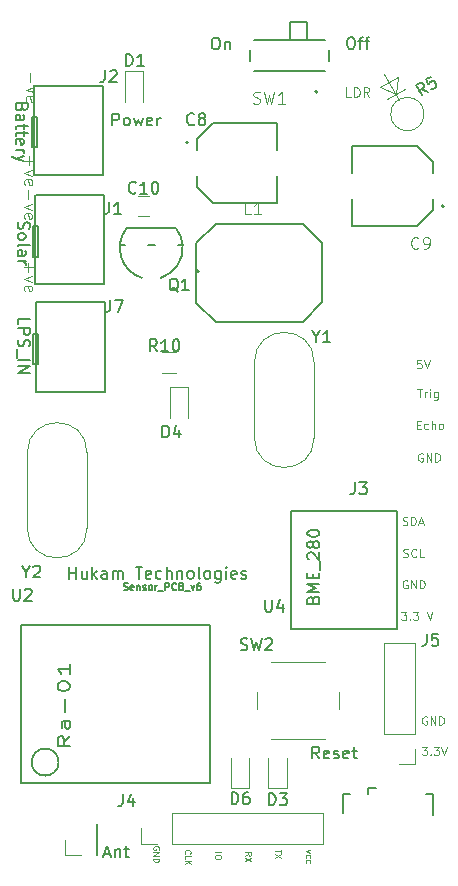
<source format=gto>
G04 #@! TF.GenerationSoftware,KiCad,Pcbnew,5.1.7-a382d34a8~88~ubuntu18.04.1*
G04 #@! TF.CreationDate,2021-07-23T00:29:16+05:30*
G04 #@! TF.ProjectId,Sensor_PCB_v6,53656e73-6f72-45f5-9043-425f76362e6b,rev?*
G04 #@! TF.SameCoordinates,Original*
G04 #@! TF.FileFunction,Legend,Top*
G04 #@! TF.FilePolarity,Positive*
%FSLAX46Y46*%
G04 Gerber Fmt 4.6, Leading zero omitted, Abs format (unit mm)*
G04 Created by KiCad (PCBNEW 5.1.7-a382d34a8~88~ubuntu18.04.1) date 2021-07-23 00:29:16*
%MOMM*%
%LPD*%
G01*
G04 APERTURE LIST*
%ADD10C,0.150000*%
%ADD11C,0.100000*%
%ADD12C,0.080000*%
%ADD13C,0.200000*%
%ADD14C,0.127000*%
%ADD15C,0.120000*%
%ADD16C,0.015000*%
G04 APERTURE END LIST*
D10*
X23923999Y-43991756D02*
X23923999Y-43515565D01*
X24923999Y-43515565D01*
X23923999Y-44325089D02*
X24923999Y-44325089D01*
X24923999Y-44706041D01*
X24876380Y-44801280D01*
X24828760Y-44848899D01*
X24733522Y-44896518D01*
X24590665Y-44896518D01*
X24495427Y-44848899D01*
X24447808Y-44801280D01*
X24400189Y-44706041D01*
X24400189Y-44325089D01*
X23971618Y-45277470D02*
X23923999Y-45420327D01*
X23923999Y-45658422D01*
X23971618Y-45753660D01*
X24019237Y-45801280D01*
X24114475Y-45848899D01*
X24209713Y-45848899D01*
X24304951Y-45801280D01*
X24352570Y-45753660D01*
X24400189Y-45658422D01*
X24447808Y-45467946D01*
X24495427Y-45372708D01*
X24543046Y-45325089D01*
X24638284Y-45277470D01*
X24733522Y-45277470D01*
X24828760Y-45325089D01*
X24876380Y-45372708D01*
X24923999Y-45467946D01*
X24923999Y-45706041D01*
X24876380Y-45848899D01*
X23828760Y-46039375D02*
X23828760Y-46801280D01*
X23923999Y-47039375D02*
X24923999Y-47039375D01*
X23923999Y-47515565D02*
X24923999Y-47515565D01*
X23923999Y-48086994D01*
X24923999Y-48086994D01*
D11*
X58055526Y-47025766D02*
X57722193Y-47025766D01*
X57688860Y-47359100D01*
X57722193Y-47325766D01*
X57788860Y-47292433D01*
X57955526Y-47292433D01*
X58022193Y-47325766D01*
X58055526Y-47359100D01*
X58088860Y-47425766D01*
X58088860Y-47592433D01*
X58055526Y-47659100D01*
X58022193Y-47692433D01*
X57955526Y-47725766D01*
X57788860Y-47725766D01*
X57722193Y-47692433D01*
X57688860Y-47659100D01*
X58288860Y-47025766D02*
X58522193Y-47725766D01*
X58755526Y-47025766D01*
X57730820Y-49481946D02*
X58130820Y-49481946D01*
X57930820Y-50181946D02*
X57930820Y-49481946D01*
X58364153Y-50181946D02*
X58364153Y-49715280D01*
X58364153Y-49848613D02*
X58397486Y-49781946D01*
X58430820Y-49748613D01*
X58497486Y-49715280D01*
X58564153Y-49715280D01*
X58797486Y-50181946D02*
X58797486Y-49715280D01*
X58797486Y-49481946D02*
X58764153Y-49515280D01*
X58797486Y-49548613D01*
X58830820Y-49515280D01*
X58797486Y-49481946D01*
X58797486Y-49548613D01*
X59430820Y-49715280D02*
X59430820Y-50281946D01*
X59397486Y-50348613D01*
X59364153Y-50381946D01*
X59297486Y-50415280D01*
X59197486Y-50415280D01*
X59130820Y-50381946D01*
X59430820Y-50148613D02*
X59364153Y-50181946D01*
X59230820Y-50181946D01*
X59164153Y-50148613D01*
X59130820Y-50115280D01*
X59097486Y-50048613D01*
X59097486Y-49848613D01*
X59130820Y-49781946D01*
X59164153Y-49748613D01*
X59230820Y-49715280D01*
X59364153Y-49715280D01*
X59430820Y-49748613D01*
X57692266Y-52489900D02*
X57925600Y-52489900D01*
X58025600Y-52856566D02*
X57692266Y-52856566D01*
X57692266Y-52156566D01*
X58025600Y-52156566D01*
X58625600Y-52823233D02*
X58558933Y-52856566D01*
X58425600Y-52856566D01*
X58358933Y-52823233D01*
X58325600Y-52789900D01*
X58292266Y-52723233D01*
X58292266Y-52523233D01*
X58325600Y-52456566D01*
X58358933Y-52423233D01*
X58425600Y-52389900D01*
X58558933Y-52389900D01*
X58625600Y-52423233D01*
X58925600Y-52856566D02*
X58925600Y-52156566D01*
X59225600Y-52856566D02*
X59225600Y-52489900D01*
X59192266Y-52423233D01*
X59125600Y-52389900D01*
X59025600Y-52389900D01*
X58958933Y-52423233D01*
X58925600Y-52456566D01*
X59658933Y-52856566D02*
X59592266Y-52823233D01*
X59558933Y-52789900D01*
X59525600Y-52723233D01*
X59525600Y-52523233D01*
X59558933Y-52456566D01*
X59592266Y-52423233D01*
X59658933Y-52389900D01*
X59758933Y-52389900D01*
X59825600Y-52423233D01*
X59858933Y-52456566D01*
X59892266Y-52523233D01*
X59892266Y-52723233D01*
X59858933Y-52789900D01*
X59825600Y-52823233D01*
X59758933Y-52856566D01*
X59658933Y-52856566D01*
X58125806Y-79768906D02*
X58559140Y-79768906D01*
X58325806Y-80035573D01*
X58425806Y-80035573D01*
X58492473Y-80068906D01*
X58525806Y-80102240D01*
X58559140Y-80168906D01*
X58559140Y-80335573D01*
X58525806Y-80402240D01*
X58492473Y-80435573D01*
X58425806Y-80468906D01*
X58225806Y-80468906D01*
X58159140Y-80435573D01*
X58125806Y-80402240D01*
X58859140Y-80402240D02*
X58892473Y-80435573D01*
X58859140Y-80468906D01*
X58825806Y-80435573D01*
X58859140Y-80402240D01*
X58859140Y-80468906D01*
X59125806Y-79768906D02*
X59559140Y-79768906D01*
X59325806Y-80035573D01*
X59425806Y-80035573D01*
X59492473Y-80068906D01*
X59525806Y-80102240D01*
X59559140Y-80168906D01*
X59559140Y-80335573D01*
X59525806Y-80402240D01*
X59492473Y-80435573D01*
X59425806Y-80468906D01*
X59225806Y-80468906D01*
X59159140Y-80435573D01*
X59125806Y-80402240D01*
X59759140Y-79768906D02*
X59992473Y-80468906D01*
X60225806Y-79768906D01*
X58516586Y-77213980D02*
X58449920Y-77180646D01*
X58349920Y-77180646D01*
X58249920Y-77213980D01*
X58183253Y-77280646D01*
X58149920Y-77347313D01*
X58116586Y-77480646D01*
X58116586Y-77580646D01*
X58149920Y-77713980D01*
X58183253Y-77780646D01*
X58249920Y-77847313D01*
X58349920Y-77880646D01*
X58416586Y-77880646D01*
X58516586Y-77847313D01*
X58549920Y-77813980D01*
X58549920Y-77580646D01*
X58416586Y-77580646D01*
X58849920Y-77880646D02*
X58849920Y-77180646D01*
X59249920Y-77880646D01*
X59249920Y-77180646D01*
X59583253Y-77880646D02*
X59583253Y-77180646D01*
X59749920Y-77180646D01*
X59849920Y-77213980D01*
X59916586Y-77280646D01*
X59949920Y-77347313D01*
X59983253Y-77480646D01*
X59983253Y-77580646D01*
X59949920Y-77713980D01*
X59916586Y-77780646D01*
X59849920Y-77847313D01*
X59749920Y-77880646D01*
X59583253Y-77880646D01*
D12*
X43169709Y-88969066D02*
X43407804Y-88802400D01*
X43169709Y-88683352D02*
X43669709Y-88683352D01*
X43669709Y-88873828D01*
X43645900Y-88921447D01*
X43622090Y-88945257D01*
X43574471Y-88969066D01*
X43503042Y-88969066D01*
X43455423Y-88945257D01*
X43431614Y-88921447D01*
X43407804Y-88873828D01*
X43407804Y-88683352D01*
X43669709Y-89135733D02*
X43169709Y-89469066D01*
X43669709Y-89469066D02*
X43169709Y-89135733D01*
X46186849Y-88460627D02*
X46186849Y-88746341D01*
X45686849Y-88603484D02*
X46186849Y-88603484D01*
X46186849Y-88865389D02*
X45686849Y-89198722D01*
X46186849Y-89198722D02*
X45686849Y-88865389D01*
D11*
X52101819Y-24733204D02*
X51720866Y-24733204D01*
X51720866Y-23933204D01*
X52368485Y-24733204D02*
X52368485Y-23933204D01*
X52558961Y-23933204D01*
X52673247Y-23971300D01*
X52749438Y-24047490D01*
X52787533Y-24123680D01*
X52825628Y-24276061D01*
X52825628Y-24390347D01*
X52787533Y-24542728D01*
X52749438Y-24618919D01*
X52673247Y-24695109D01*
X52558961Y-24733204D01*
X52368485Y-24733204D01*
X53625628Y-24733204D02*
X53358961Y-24352252D01*
X53168485Y-24733204D02*
X53168485Y-23933204D01*
X53473247Y-23933204D01*
X53549438Y-23971300D01*
X53587533Y-24009395D01*
X53625628Y-24085585D01*
X53625628Y-24199871D01*
X53587533Y-24276061D01*
X53549438Y-24314157D01*
X53473247Y-24352252D01*
X53168485Y-24352252D01*
X24795171Y-38763723D02*
X24795171Y-39525628D01*
X24414219Y-39144676D02*
X25176123Y-39144676D01*
X25080885Y-39906580D02*
X24414219Y-40144676D01*
X25080885Y-40382771D01*
X24461838Y-41144676D02*
X24414219Y-41049438D01*
X24414219Y-40858961D01*
X24461838Y-40763723D01*
X24557076Y-40716104D01*
X24938028Y-40716104D01*
X25033266Y-40763723D01*
X25080885Y-40858961D01*
X25080885Y-41049438D01*
X25033266Y-41144676D01*
X24938028Y-41192295D01*
X24842790Y-41192295D01*
X24747552Y-40716104D01*
X24795171Y-32649943D02*
X24795171Y-33411848D01*
X25080885Y-33792800D02*
X24414219Y-34030896D01*
X25080885Y-34268991D01*
X24461838Y-35030896D02*
X24414219Y-34935658D01*
X24414219Y-34745181D01*
X24461838Y-34649943D01*
X24557076Y-34602324D01*
X24938028Y-34602324D01*
X25033266Y-34649943D01*
X25080885Y-34745181D01*
X25080885Y-34935658D01*
X25033266Y-35030896D01*
X24938028Y-35078515D01*
X24842790Y-35078515D01*
X24747552Y-34602324D01*
D10*
X23933518Y-35334795D02*
X23885899Y-35477652D01*
X23885899Y-35715747D01*
X23933518Y-35810985D01*
X23981137Y-35858604D01*
X24076375Y-35906223D01*
X24171613Y-35906223D01*
X24266851Y-35858604D01*
X24314470Y-35810985D01*
X24362089Y-35715747D01*
X24409708Y-35525271D01*
X24457327Y-35430033D01*
X24504946Y-35382414D01*
X24600184Y-35334795D01*
X24695422Y-35334795D01*
X24790660Y-35382414D01*
X24838280Y-35430033D01*
X24885899Y-35525271D01*
X24885899Y-35763366D01*
X24838280Y-35906223D01*
X23885899Y-36477652D02*
X23933518Y-36382414D01*
X23981137Y-36334795D01*
X24076375Y-36287176D01*
X24362089Y-36287176D01*
X24457327Y-36334795D01*
X24504946Y-36382414D01*
X24552565Y-36477652D01*
X24552565Y-36620509D01*
X24504946Y-36715747D01*
X24457327Y-36763366D01*
X24362089Y-36810985D01*
X24076375Y-36810985D01*
X23981137Y-36763366D01*
X23933518Y-36715747D01*
X23885899Y-36620509D01*
X23885899Y-36477652D01*
X23885899Y-37382414D02*
X23933518Y-37287176D01*
X24028756Y-37239557D01*
X24885899Y-37239557D01*
X23885899Y-38191938D02*
X24409708Y-38191938D01*
X24504946Y-38144319D01*
X24552565Y-38049080D01*
X24552565Y-37858604D01*
X24504946Y-37763366D01*
X23933518Y-38191938D02*
X23885899Y-38096700D01*
X23885899Y-37858604D01*
X23933518Y-37763366D01*
X24028756Y-37715747D01*
X24123994Y-37715747D01*
X24219232Y-37763366D01*
X24266851Y-37858604D01*
X24266851Y-38096700D01*
X24314470Y-38191938D01*
X23885899Y-38668128D02*
X24552565Y-38668128D01*
X24362089Y-38668128D02*
X24457327Y-38715747D01*
X24504946Y-38763366D01*
X24552565Y-38858604D01*
X24552565Y-38953842D01*
D11*
X24815491Y-29774663D02*
X24815491Y-30536568D01*
X24434539Y-30155616D02*
X25196443Y-30155616D01*
X25101205Y-30917520D02*
X24434539Y-31155616D01*
X25101205Y-31393711D01*
X24482158Y-32155616D02*
X24434539Y-32060378D01*
X24434539Y-31869901D01*
X24482158Y-31774663D01*
X24577396Y-31727044D01*
X24958348Y-31727044D01*
X25053586Y-31774663D01*
X25101205Y-31869901D01*
X25101205Y-32060378D01*
X25053586Y-32155616D01*
X24958348Y-32203235D01*
X24863110Y-32203235D01*
X24767872Y-31727044D01*
D10*
X31233549Y-88832986D02*
X31709740Y-88832986D01*
X31138311Y-89118700D02*
X31471644Y-88118700D01*
X31804978Y-89118700D01*
X32138311Y-88452034D02*
X32138311Y-89118700D01*
X32138311Y-88547272D02*
X32185930Y-88499653D01*
X32281168Y-88452034D01*
X32424025Y-88452034D01*
X32519263Y-88499653D01*
X32566882Y-88594891D01*
X32566882Y-89118700D01*
X32900216Y-88452034D02*
X33281168Y-88452034D01*
X33043073Y-88118700D02*
X33043073Y-88975843D01*
X33090692Y-89071081D01*
X33185930Y-89118700D01*
X33281168Y-89118700D01*
D12*
X35835400Y-88460627D02*
X35859209Y-88413008D01*
X35859209Y-88341580D01*
X35835400Y-88270151D01*
X35787780Y-88222532D01*
X35740161Y-88198722D01*
X35644923Y-88174913D01*
X35573495Y-88174913D01*
X35478257Y-88198722D01*
X35430638Y-88222532D01*
X35383019Y-88270151D01*
X35359209Y-88341580D01*
X35359209Y-88389199D01*
X35383019Y-88460627D01*
X35406828Y-88484437D01*
X35573495Y-88484437D01*
X35573495Y-88389199D01*
X35359209Y-88698722D02*
X35859209Y-88698722D01*
X35359209Y-88984437D01*
X35859209Y-88984437D01*
X35359209Y-89222532D02*
X35859209Y-89222532D01*
X35859209Y-89341580D01*
X35835400Y-89413008D01*
X35787780Y-89460627D01*
X35740161Y-89484437D01*
X35644923Y-89508246D01*
X35573495Y-89508246D01*
X35478257Y-89484437D01*
X35430638Y-89460627D01*
X35383019Y-89413008D01*
X35359209Y-89341580D01*
X35359209Y-89222532D01*
X38063668Y-88813200D02*
X38039859Y-88789391D01*
X38016049Y-88717962D01*
X38016049Y-88670343D01*
X38039859Y-88598915D01*
X38087478Y-88551296D01*
X38135097Y-88527486D01*
X38230335Y-88503677D01*
X38301763Y-88503677D01*
X38397001Y-88527486D01*
X38444620Y-88551296D01*
X38492240Y-88598915D01*
X38516049Y-88670343D01*
X38516049Y-88717962D01*
X38492240Y-88789391D01*
X38468430Y-88813200D01*
X38016049Y-89265581D02*
X38016049Y-89027486D01*
X38516049Y-89027486D01*
X38016049Y-89432248D02*
X38516049Y-89432248D01*
X38016049Y-89717962D02*
X38301763Y-89503677D01*
X38516049Y-89717962D02*
X38230335Y-89432248D01*
X40594149Y-88701595D02*
X41094149Y-88701595D01*
X41094149Y-89034928D02*
X41094149Y-89130166D01*
X41070340Y-89177785D01*
X41022720Y-89225404D01*
X40927482Y-89249214D01*
X40760816Y-89249214D01*
X40665578Y-89225404D01*
X40617959Y-89177785D01*
X40594149Y-89130166D01*
X40594149Y-89034928D01*
X40617959Y-88987309D01*
X40665578Y-88939690D01*
X40760816Y-88915880D01*
X40927482Y-88915880D01*
X41022720Y-88939690D01*
X41070340Y-88987309D01*
X41094149Y-89034928D01*
X48618602Y-88502240D02*
X48285269Y-88621288D01*
X48618602Y-88740336D01*
X48309079Y-89145098D02*
X48285269Y-89097479D01*
X48285269Y-89002240D01*
X48309079Y-88954621D01*
X48332888Y-88930812D01*
X48380507Y-88907002D01*
X48523364Y-88907002D01*
X48570983Y-88930812D01*
X48594793Y-88954621D01*
X48618602Y-89002240D01*
X48618602Y-89097479D01*
X48594793Y-89145098D01*
X48309079Y-89573669D02*
X48285269Y-89526050D01*
X48285269Y-89430812D01*
X48309079Y-89383193D01*
X48332888Y-89359383D01*
X48380507Y-89335574D01*
X48523364Y-89335574D01*
X48570983Y-89359383D01*
X48594793Y-89383193D01*
X48618602Y-89430812D01*
X48618602Y-89526050D01*
X48594793Y-89573669D01*
D13*
X40564820Y-19713960D02*
X40755297Y-19713960D01*
X40850535Y-19761580D01*
X40945773Y-19856818D01*
X40993392Y-20047294D01*
X40993392Y-20380627D01*
X40945773Y-20571103D01*
X40850535Y-20666341D01*
X40755297Y-20713960D01*
X40564820Y-20713960D01*
X40469582Y-20666341D01*
X40374344Y-20571103D01*
X40326725Y-20380627D01*
X40326725Y-20047294D01*
X40374344Y-19856818D01*
X40469582Y-19761580D01*
X40564820Y-19713960D01*
X41421963Y-20047294D02*
X41421963Y-20713960D01*
X41421963Y-20142532D02*
X41469582Y-20094913D01*
X41564820Y-20047294D01*
X41707678Y-20047294D01*
X41802916Y-20094913D01*
X41850535Y-20190151D01*
X41850535Y-20713960D01*
X52002773Y-19688560D02*
X52193249Y-19688560D01*
X52288487Y-19736180D01*
X52383725Y-19831418D01*
X52431344Y-20021894D01*
X52431344Y-20355227D01*
X52383725Y-20545703D01*
X52288487Y-20640941D01*
X52193249Y-20688560D01*
X52002773Y-20688560D01*
X51907535Y-20640941D01*
X51812297Y-20545703D01*
X51764678Y-20355227D01*
X51764678Y-20021894D01*
X51812297Y-19831418D01*
X51907535Y-19736180D01*
X52002773Y-19688560D01*
X52717059Y-20021894D02*
X53098011Y-20021894D01*
X52859916Y-20688560D02*
X52859916Y-19831418D01*
X52907535Y-19736180D01*
X53002773Y-19688560D01*
X53098011Y-19688560D01*
X53288487Y-20021894D02*
X53669440Y-20021894D01*
X53431344Y-20688560D02*
X53431344Y-19831418D01*
X53478963Y-19736180D01*
X53574201Y-19688560D01*
X53669440Y-19688560D01*
D11*
X24942491Y-22728703D02*
X24942491Y-23490608D01*
X25228205Y-23871560D02*
X24561539Y-24109656D01*
X25228205Y-24347751D01*
X24609158Y-25109656D02*
X24561539Y-25014418D01*
X24561539Y-24823941D01*
X24609158Y-24728703D01*
X24704396Y-24681084D01*
X25085348Y-24681084D01*
X25180586Y-24728703D01*
X25228205Y-24823941D01*
X25228205Y-25014418D01*
X25180586Y-25109656D01*
X25085348Y-25157275D01*
X24990110Y-25157275D01*
X24894872Y-24681084D01*
X56365620Y-68321126D02*
X56798953Y-68321126D01*
X56565620Y-68587793D01*
X56665620Y-68587793D01*
X56732286Y-68621126D01*
X56765620Y-68654460D01*
X56798953Y-68721126D01*
X56798953Y-68887793D01*
X56765620Y-68954460D01*
X56732286Y-68987793D01*
X56665620Y-69021126D01*
X56465620Y-69021126D01*
X56398953Y-68987793D01*
X56365620Y-68954460D01*
X57098953Y-68954460D02*
X57132286Y-68987793D01*
X57098953Y-69021126D01*
X57065620Y-68987793D01*
X57098953Y-68954460D01*
X57098953Y-69021126D01*
X57365620Y-68321126D02*
X57798953Y-68321126D01*
X57565620Y-68587793D01*
X57665620Y-68587793D01*
X57732286Y-68621126D01*
X57765620Y-68654460D01*
X57798953Y-68721126D01*
X57798953Y-68887793D01*
X57765620Y-68954460D01*
X57732286Y-68987793D01*
X57665620Y-69021126D01*
X57465620Y-69021126D01*
X57398953Y-68987793D01*
X57365620Y-68954460D01*
X58532286Y-68321126D02*
X58765620Y-69021126D01*
X58998953Y-68321126D01*
X56875746Y-65679840D02*
X56809080Y-65646506D01*
X56709080Y-65646506D01*
X56609080Y-65679840D01*
X56542413Y-65746506D01*
X56509080Y-65813173D01*
X56475746Y-65946506D01*
X56475746Y-66046506D01*
X56509080Y-66179840D01*
X56542413Y-66246506D01*
X56609080Y-66313173D01*
X56709080Y-66346506D01*
X56775746Y-66346506D01*
X56875746Y-66313173D01*
X56909080Y-66279840D01*
X56909080Y-66046506D01*
X56775746Y-66046506D01*
X57209080Y-66346506D02*
X57209080Y-65646506D01*
X57609080Y-66346506D01*
X57609080Y-65646506D01*
X57942413Y-66346506D02*
X57942413Y-65646506D01*
X58109080Y-65646506D01*
X58209080Y-65679840D01*
X58275746Y-65746506D01*
X58309080Y-65813173D01*
X58342413Y-65946506D01*
X58342413Y-66046506D01*
X58309080Y-66179840D01*
X58275746Y-66246506D01*
X58209080Y-66313173D01*
X58109080Y-66346506D01*
X57942413Y-66346506D01*
X56537646Y-63671573D02*
X56637646Y-63704906D01*
X56804313Y-63704906D01*
X56870980Y-63671573D01*
X56904313Y-63638240D01*
X56937646Y-63571573D01*
X56937646Y-63504906D01*
X56904313Y-63438240D01*
X56870980Y-63404906D01*
X56804313Y-63371573D01*
X56670980Y-63338240D01*
X56604313Y-63304906D01*
X56570980Y-63271573D01*
X56537646Y-63204906D01*
X56537646Y-63138240D01*
X56570980Y-63071573D01*
X56604313Y-63038240D01*
X56670980Y-63004906D01*
X56837646Y-63004906D01*
X56937646Y-63038240D01*
X57637646Y-63638240D02*
X57604313Y-63671573D01*
X57504313Y-63704906D01*
X57437646Y-63704906D01*
X57337646Y-63671573D01*
X57270980Y-63604906D01*
X57237646Y-63538240D01*
X57204313Y-63404906D01*
X57204313Y-63304906D01*
X57237646Y-63171573D01*
X57270980Y-63104906D01*
X57337646Y-63038240D01*
X57437646Y-63004906D01*
X57504313Y-63004906D01*
X57604313Y-63038240D01*
X57637646Y-63071573D01*
X58270980Y-63704906D02*
X57937646Y-63704906D01*
X57937646Y-63004906D01*
X56485420Y-60958853D02*
X56585420Y-60992186D01*
X56752086Y-60992186D01*
X56818753Y-60958853D01*
X56852086Y-60925520D01*
X56885420Y-60858853D01*
X56885420Y-60792186D01*
X56852086Y-60725520D01*
X56818753Y-60692186D01*
X56752086Y-60658853D01*
X56618753Y-60625520D01*
X56552086Y-60592186D01*
X56518753Y-60558853D01*
X56485420Y-60492186D01*
X56485420Y-60425520D01*
X56518753Y-60358853D01*
X56552086Y-60325520D01*
X56618753Y-60292186D01*
X56785420Y-60292186D01*
X56885420Y-60325520D01*
X57185420Y-60992186D02*
X57185420Y-60292186D01*
X57352086Y-60292186D01*
X57452086Y-60325520D01*
X57518753Y-60392186D01*
X57552086Y-60458853D01*
X57585420Y-60592186D01*
X57585420Y-60692186D01*
X57552086Y-60825520D01*
X57518753Y-60892186D01*
X57452086Y-60958853D01*
X57352086Y-60992186D01*
X57185420Y-60992186D01*
X57852086Y-60792186D02*
X58185420Y-60792186D01*
X57785420Y-60992186D02*
X58018753Y-60292186D01*
X58252086Y-60992186D01*
X58171146Y-54940720D02*
X58104480Y-54907386D01*
X58004480Y-54907386D01*
X57904480Y-54940720D01*
X57837813Y-55007386D01*
X57804480Y-55074053D01*
X57771146Y-55207386D01*
X57771146Y-55307386D01*
X57804480Y-55440720D01*
X57837813Y-55507386D01*
X57904480Y-55574053D01*
X58004480Y-55607386D01*
X58071146Y-55607386D01*
X58171146Y-55574053D01*
X58204480Y-55540720D01*
X58204480Y-55307386D01*
X58071146Y-55307386D01*
X58504480Y-55607386D02*
X58504480Y-54907386D01*
X58904480Y-55607386D01*
X58904480Y-54907386D01*
X59237813Y-55607386D02*
X59237813Y-54907386D01*
X59404480Y-54907386D01*
X59504480Y-54940720D01*
X59571146Y-55007386D01*
X59604480Y-55074053D01*
X59637813Y-55207386D01*
X59637813Y-55307386D01*
X59604480Y-55440720D01*
X59571146Y-55507386D01*
X59504480Y-55574053D01*
X59404480Y-55607386D01*
X59237813Y-55607386D01*
D10*
X24242068Y-25622191D02*
X24194449Y-25765048D01*
X24146830Y-25812667D01*
X24051592Y-25860286D01*
X23908735Y-25860286D01*
X23813497Y-25812667D01*
X23765878Y-25765048D01*
X23718259Y-25669810D01*
X23718259Y-25288858D01*
X24718259Y-25288858D01*
X24718259Y-25622191D01*
X24670640Y-25717429D01*
X24623020Y-25765048D01*
X24527782Y-25812667D01*
X24432544Y-25812667D01*
X24337306Y-25765048D01*
X24289687Y-25717429D01*
X24242068Y-25622191D01*
X24242068Y-25288858D01*
X23718259Y-26717429D02*
X24242068Y-26717429D01*
X24337306Y-26669810D01*
X24384925Y-26574572D01*
X24384925Y-26384096D01*
X24337306Y-26288858D01*
X23765878Y-26717429D02*
X23718259Y-26622191D01*
X23718259Y-26384096D01*
X23765878Y-26288858D01*
X23861116Y-26241239D01*
X23956354Y-26241239D01*
X24051592Y-26288858D01*
X24099211Y-26384096D01*
X24099211Y-26622191D01*
X24146830Y-26717429D01*
X24384925Y-27050762D02*
X24384925Y-27431715D01*
X24718259Y-27193620D02*
X23861116Y-27193620D01*
X23765878Y-27241239D01*
X23718259Y-27336477D01*
X23718259Y-27431715D01*
X24384925Y-27622191D02*
X24384925Y-28003143D01*
X24718259Y-27765048D02*
X23861116Y-27765048D01*
X23765878Y-27812667D01*
X23718259Y-27907905D01*
X23718259Y-28003143D01*
X23765878Y-28717429D02*
X23718259Y-28622191D01*
X23718259Y-28431715D01*
X23765878Y-28336477D01*
X23861116Y-28288858D01*
X24242068Y-28288858D01*
X24337306Y-28336477D01*
X24384925Y-28431715D01*
X24384925Y-28622191D01*
X24337306Y-28717429D01*
X24242068Y-28765048D01*
X24146830Y-28765048D01*
X24051592Y-28288858D01*
X23718259Y-29193620D02*
X24384925Y-29193620D01*
X24194449Y-29193620D02*
X24289687Y-29241239D01*
X24337306Y-29288858D01*
X24384925Y-29384096D01*
X24384925Y-29479334D01*
X24384925Y-29717429D02*
X23718259Y-29955524D01*
X24384925Y-30193620D02*
X23718259Y-29955524D01*
X23480163Y-29860286D01*
X23432544Y-29812667D01*
X23384925Y-29717429D01*
X49409504Y-80739240D02*
X49076171Y-80263050D01*
X48838076Y-80739240D02*
X48838076Y-79739240D01*
X49219028Y-79739240D01*
X49314266Y-79786860D01*
X49361885Y-79834479D01*
X49409504Y-79929717D01*
X49409504Y-80072574D01*
X49361885Y-80167812D01*
X49314266Y-80215431D01*
X49219028Y-80263050D01*
X48838076Y-80263050D01*
X50219028Y-80691621D02*
X50123790Y-80739240D01*
X49933314Y-80739240D01*
X49838076Y-80691621D01*
X49790457Y-80596383D01*
X49790457Y-80215431D01*
X49838076Y-80120193D01*
X49933314Y-80072574D01*
X50123790Y-80072574D01*
X50219028Y-80120193D01*
X50266647Y-80215431D01*
X50266647Y-80310669D01*
X49790457Y-80405907D01*
X50647600Y-80691621D02*
X50742838Y-80739240D01*
X50933314Y-80739240D01*
X51028552Y-80691621D01*
X51076171Y-80596383D01*
X51076171Y-80548764D01*
X51028552Y-80453526D01*
X50933314Y-80405907D01*
X50790457Y-80405907D01*
X50695219Y-80358288D01*
X50647600Y-80263050D01*
X50647600Y-80215431D01*
X50695219Y-80120193D01*
X50790457Y-80072574D01*
X50933314Y-80072574D01*
X51028552Y-80120193D01*
X51885695Y-80691621D02*
X51790457Y-80739240D01*
X51599980Y-80739240D01*
X51504742Y-80691621D01*
X51457123Y-80596383D01*
X51457123Y-80215431D01*
X51504742Y-80120193D01*
X51599980Y-80072574D01*
X51790457Y-80072574D01*
X51885695Y-80120193D01*
X51933314Y-80215431D01*
X51933314Y-80310669D01*
X51457123Y-80405907D01*
X52219028Y-80072574D02*
X52599980Y-80072574D01*
X52361885Y-79739240D02*
X52361885Y-80596383D01*
X52409504Y-80691621D01*
X52504742Y-80739240D01*
X52599980Y-80739240D01*
X31902329Y-27152860D02*
X31902329Y-26152860D01*
X32283281Y-26152860D01*
X32378519Y-26200480D01*
X32426139Y-26248099D01*
X32473758Y-26343337D01*
X32473758Y-26486194D01*
X32426139Y-26581432D01*
X32378519Y-26629051D01*
X32283281Y-26676670D01*
X31902329Y-26676670D01*
X33045186Y-27152860D02*
X32949948Y-27105241D01*
X32902329Y-27057622D01*
X32854710Y-26962384D01*
X32854710Y-26676670D01*
X32902329Y-26581432D01*
X32949948Y-26533813D01*
X33045186Y-26486194D01*
X33188043Y-26486194D01*
X33283281Y-26533813D01*
X33330900Y-26581432D01*
X33378519Y-26676670D01*
X33378519Y-26962384D01*
X33330900Y-27057622D01*
X33283281Y-27105241D01*
X33188043Y-27152860D01*
X33045186Y-27152860D01*
X33711853Y-26486194D02*
X33902329Y-27152860D01*
X34092805Y-26676670D01*
X34283281Y-27152860D01*
X34473758Y-26486194D01*
X35235662Y-27105241D02*
X35140424Y-27152860D01*
X34949948Y-27152860D01*
X34854710Y-27105241D01*
X34807091Y-27010003D01*
X34807091Y-26629051D01*
X34854710Y-26533813D01*
X34949948Y-26486194D01*
X35140424Y-26486194D01*
X35235662Y-26533813D01*
X35283281Y-26629051D01*
X35283281Y-26724289D01*
X34807091Y-26819527D01*
X35711853Y-27152860D02*
X35711853Y-26486194D01*
X35711853Y-26676670D02*
X35759472Y-26581432D01*
X35807091Y-26533813D01*
X35902329Y-26486194D01*
X35997567Y-26486194D01*
X32847371Y-66468277D02*
X32933085Y-66496848D01*
X33075942Y-66496848D01*
X33133085Y-66468277D01*
X33161657Y-66439705D01*
X33190228Y-66382562D01*
X33190228Y-66325420D01*
X33161657Y-66268277D01*
X33133085Y-66239705D01*
X33075942Y-66211134D01*
X32961657Y-66182562D01*
X32904514Y-66153991D01*
X32875942Y-66125420D01*
X32847371Y-66068277D01*
X32847371Y-66011134D01*
X32875942Y-65953991D01*
X32904514Y-65925420D01*
X32961657Y-65896848D01*
X33104514Y-65896848D01*
X33190228Y-65925420D01*
X33675942Y-66468277D02*
X33618800Y-66496848D01*
X33504514Y-66496848D01*
X33447371Y-66468277D01*
X33418800Y-66411134D01*
X33418800Y-66182562D01*
X33447371Y-66125420D01*
X33504514Y-66096848D01*
X33618800Y-66096848D01*
X33675942Y-66125420D01*
X33704514Y-66182562D01*
X33704514Y-66239705D01*
X33418800Y-66296848D01*
X33961657Y-66096848D02*
X33961657Y-66496848D01*
X33961657Y-66153991D02*
X33990228Y-66125420D01*
X34047371Y-66096848D01*
X34133085Y-66096848D01*
X34190228Y-66125420D01*
X34218800Y-66182562D01*
X34218800Y-66496848D01*
X34475942Y-66468277D02*
X34533085Y-66496848D01*
X34647371Y-66496848D01*
X34704514Y-66468277D01*
X34733085Y-66411134D01*
X34733085Y-66382562D01*
X34704514Y-66325420D01*
X34647371Y-66296848D01*
X34561657Y-66296848D01*
X34504514Y-66268277D01*
X34475942Y-66211134D01*
X34475942Y-66182562D01*
X34504514Y-66125420D01*
X34561657Y-66096848D01*
X34647371Y-66096848D01*
X34704514Y-66125420D01*
X35075942Y-66496848D02*
X35018800Y-66468277D01*
X34990228Y-66439705D01*
X34961657Y-66382562D01*
X34961657Y-66211134D01*
X34990228Y-66153991D01*
X35018800Y-66125420D01*
X35075942Y-66096848D01*
X35161657Y-66096848D01*
X35218800Y-66125420D01*
X35247371Y-66153991D01*
X35275942Y-66211134D01*
X35275942Y-66382562D01*
X35247371Y-66439705D01*
X35218800Y-66468277D01*
X35161657Y-66496848D01*
X35075942Y-66496848D01*
X35533085Y-66496848D02*
X35533085Y-66096848D01*
X35533085Y-66211134D02*
X35561657Y-66153991D01*
X35590228Y-66125420D01*
X35647371Y-66096848D01*
X35704514Y-66096848D01*
X35761657Y-66553991D02*
X36218800Y-66553991D01*
X36361657Y-66496848D02*
X36361657Y-65896848D01*
X36590228Y-65896848D01*
X36647371Y-65925420D01*
X36675942Y-65953991D01*
X36704514Y-66011134D01*
X36704514Y-66096848D01*
X36675942Y-66153991D01*
X36647371Y-66182562D01*
X36590228Y-66211134D01*
X36361657Y-66211134D01*
X37304514Y-66439705D02*
X37275942Y-66468277D01*
X37190228Y-66496848D01*
X37133085Y-66496848D01*
X37047371Y-66468277D01*
X36990228Y-66411134D01*
X36961657Y-66353991D01*
X36933085Y-66239705D01*
X36933085Y-66153991D01*
X36961657Y-66039705D01*
X36990228Y-65982562D01*
X37047371Y-65925420D01*
X37133085Y-65896848D01*
X37190228Y-65896848D01*
X37275942Y-65925420D01*
X37304514Y-65953991D01*
X37761657Y-66182562D02*
X37847371Y-66211134D01*
X37875942Y-66239705D01*
X37904514Y-66296848D01*
X37904514Y-66382562D01*
X37875942Y-66439705D01*
X37847371Y-66468277D01*
X37790228Y-66496848D01*
X37561657Y-66496848D01*
X37561657Y-65896848D01*
X37761657Y-65896848D01*
X37818800Y-65925420D01*
X37847371Y-65953991D01*
X37875942Y-66011134D01*
X37875942Y-66068277D01*
X37847371Y-66125420D01*
X37818800Y-66153991D01*
X37761657Y-66182562D01*
X37561657Y-66182562D01*
X38018800Y-66553991D02*
X38475942Y-66553991D01*
X38561657Y-66096848D02*
X38704514Y-66496848D01*
X38847371Y-66096848D01*
X39333085Y-65896848D02*
X39218800Y-65896848D01*
X39161657Y-65925420D01*
X39133085Y-65953991D01*
X39075942Y-66039705D01*
X39047371Y-66153991D01*
X39047371Y-66382562D01*
X39075942Y-66439705D01*
X39104514Y-66468277D01*
X39161657Y-66496848D01*
X39275942Y-66496848D01*
X39333085Y-66468277D01*
X39361657Y-66439705D01*
X39390228Y-66382562D01*
X39390228Y-66239705D01*
X39361657Y-66182562D01*
X39333085Y-66153991D01*
X39275942Y-66125420D01*
X39161657Y-66125420D01*
X39104514Y-66153991D01*
X39075942Y-66182562D01*
X39047371Y-66239705D01*
D13*
X28248909Y-65527180D02*
X28248909Y-64527180D01*
X28248909Y-65003371D02*
X28820338Y-65003371D01*
X28820338Y-65527180D02*
X28820338Y-64527180D01*
X29725099Y-64860514D02*
X29725099Y-65527180D01*
X29296528Y-64860514D02*
X29296528Y-65384323D01*
X29344147Y-65479561D01*
X29439385Y-65527180D01*
X29582242Y-65527180D01*
X29677480Y-65479561D01*
X29725099Y-65431942D01*
X30201290Y-65527180D02*
X30201290Y-64527180D01*
X30296528Y-65146228D02*
X30582242Y-65527180D01*
X30582242Y-64860514D02*
X30201290Y-65241466D01*
X31439385Y-65527180D02*
X31439385Y-65003371D01*
X31391766Y-64908133D01*
X31296528Y-64860514D01*
X31106052Y-64860514D01*
X31010814Y-64908133D01*
X31439385Y-65479561D02*
X31344147Y-65527180D01*
X31106052Y-65527180D01*
X31010814Y-65479561D01*
X30963195Y-65384323D01*
X30963195Y-65289085D01*
X31010814Y-65193847D01*
X31106052Y-65146228D01*
X31344147Y-65146228D01*
X31439385Y-65098609D01*
X31915576Y-65527180D02*
X31915576Y-64860514D01*
X31915576Y-64955752D02*
X31963195Y-64908133D01*
X32058433Y-64860514D01*
X32201290Y-64860514D01*
X32296528Y-64908133D01*
X32344147Y-65003371D01*
X32344147Y-65527180D01*
X32344147Y-65003371D02*
X32391766Y-64908133D01*
X32487004Y-64860514D01*
X32629861Y-64860514D01*
X32725099Y-64908133D01*
X32772719Y-65003371D01*
X32772719Y-65527180D01*
X33867957Y-64527180D02*
X34439385Y-64527180D01*
X34153671Y-65527180D02*
X34153671Y-64527180D01*
X35153671Y-65479561D02*
X35058433Y-65527180D01*
X34867957Y-65527180D01*
X34772719Y-65479561D01*
X34725100Y-65384323D01*
X34725100Y-65003371D01*
X34772719Y-64908133D01*
X34867957Y-64860514D01*
X35058433Y-64860514D01*
X35153671Y-64908133D01*
X35201290Y-65003371D01*
X35201290Y-65098609D01*
X34725100Y-65193847D01*
X36058433Y-65479561D02*
X35963195Y-65527180D01*
X35772719Y-65527180D01*
X35677480Y-65479561D01*
X35629861Y-65431942D01*
X35582242Y-65336704D01*
X35582242Y-65050990D01*
X35629861Y-64955752D01*
X35677480Y-64908133D01*
X35772719Y-64860514D01*
X35963195Y-64860514D01*
X36058433Y-64908133D01*
X36487004Y-65527180D02*
X36487004Y-64527180D01*
X36915576Y-65527180D02*
X36915576Y-65003371D01*
X36867957Y-64908133D01*
X36772719Y-64860514D01*
X36629861Y-64860514D01*
X36534623Y-64908133D01*
X36487004Y-64955752D01*
X37391766Y-64860514D02*
X37391766Y-65527180D01*
X37391766Y-64955752D02*
X37439385Y-64908133D01*
X37534623Y-64860514D01*
X37677480Y-64860514D01*
X37772719Y-64908133D01*
X37820338Y-65003371D01*
X37820338Y-65527180D01*
X38439385Y-65527180D02*
X38344147Y-65479561D01*
X38296528Y-65431942D01*
X38248909Y-65336704D01*
X38248909Y-65050990D01*
X38296528Y-64955752D01*
X38344147Y-64908133D01*
X38439385Y-64860514D01*
X38582242Y-64860514D01*
X38677480Y-64908133D01*
X38725100Y-64955752D01*
X38772719Y-65050990D01*
X38772719Y-65336704D01*
X38725100Y-65431942D01*
X38677480Y-65479561D01*
X38582242Y-65527180D01*
X38439385Y-65527180D01*
X39344147Y-65527180D02*
X39248909Y-65479561D01*
X39201290Y-65384323D01*
X39201290Y-64527180D01*
X39867957Y-65527180D02*
X39772719Y-65479561D01*
X39725100Y-65431942D01*
X39677480Y-65336704D01*
X39677480Y-65050990D01*
X39725100Y-64955752D01*
X39772719Y-64908133D01*
X39867957Y-64860514D01*
X40010814Y-64860514D01*
X40106052Y-64908133D01*
X40153671Y-64955752D01*
X40201290Y-65050990D01*
X40201290Y-65336704D01*
X40153671Y-65431942D01*
X40106052Y-65479561D01*
X40010814Y-65527180D01*
X39867957Y-65527180D01*
X41058433Y-64860514D02*
X41058433Y-65670038D01*
X41010814Y-65765276D01*
X40963195Y-65812895D01*
X40867957Y-65860514D01*
X40725100Y-65860514D01*
X40629861Y-65812895D01*
X41058433Y-65479561D02*
X40963195Y-65527180D01*
X40772719Y-65527180D01*
X40677480Y-65479561D01*
X40629861Y-65431942D01*
X40582242Y-65336704D01*
X40582242Y-65050990D01*
X40629861Y-64955752D01*
X40677480Y-64908133D01*
X40772719Y-64860514D01*
X40963195Y-64860514D01*
X41058433Y-64908133D01*
X41534623Y-65527180D02*
X41534623Y-64860514D01*
X41534623Y-64527180D02*
X41487004Y-64574800D01*
X41534623Y-64622419D01*
X41582242Y-64574800D01*
X41534623Y-64527180D01*
X41534623Y-64622419D01*
X42391766Y-65479561D02*
X42296528Y-65527180D01*
X42106052Y-65527180D01*
X42010814Y-65479561D01*
X41963195Y-65384323D01*
X41963195Y-65003371D01*
X42010814Y-64908133D01*
X42106052Y-64860514D01*
X42296528Y-64860514D01*
X42391766Y-64908133D01*
X42439385Y-65003371D01*
X42439385Y-65098609D01*
X41963195Y-65193847D01*
X42820338Y-65479561D02*
X42915576Y-65527180D01*
X43106052Y-65527180D01*
X43201290Y-65479561D01*
X43248909Y-65384323D01*
X43248909Y-65336704D01*
X43201290Y-65241466D01*
X43106052Y-65193847D01*
X42963195Y-65193847D01*
X42867957Y-65146228D01*
X42820338Y-65050990D01*
X42820338Y-65003371D01*
X42867957Y-64908133D01*
X42963195Y-64860514D01*
X43106052Y-64860514D01*
X43201290Y-64908133D01*
D14*
X37288800Y-35862300D02*
G75*
G02*
X37849100Y-37259300I-2094603J-1650951D01*
G01*
X37849100Y-37259300D02*
G75*
G02*
X35980500Y-40061800I-2654899J-254020D01*
G01*
X34407901Y-40061700D02*
G75*
G02*
X33099700Y-35862300I786287J2548411D01*
G01*
X37288700Y-35862300D02*
X33099700Y-35862300D01*
X37849100Y-37259300D02*
X37447900Y-37259300D01*
X35480500Y-37259300D02*
X34907900Y-37259300D01*
X32940500Y-37259300D02*
X32539300Y-37259300D01*
D10*
X25593900Y-44796100D02*
X25593900Y-44786100D01*
X25213900Y-44796100D02*
X25593900Y-44796100D01*
X25213900Y-47346100D02*
X25213900Y-44796100D01*
X25613900Y-47346100D02*
X25213900Y-47346100D01*
X25613900Y-44816100D02*
X25613900Y-47346100D01*
X25393900Y-42686100D02*
X25393900Y-42186100D01*
X25393900Y-49686100D02*
X25393900Y-42686100D01*
X25393900Y-42186100D02*
X25393900Y-42096100D01*
X25393900Y-49686100D02*
X30393900Y-49686100D01*
X30393900Y-49686100D02*
X31193900Y-49686100D01*
X31193900Y-49686100D02*
X31203900Y-49686100D01*
X25433900Y-42106100D02*
X25423900Y-42106100D01*
X26233900Y-42106100D02*
X25433900Y-42106100D01*
X31233900Y-42106100D02*
X26233900Y-42106100D01*
X31233900Y-49606100D02*
X31233900Y-49696100D01*
X31233900Y-49106100D02*
X31233900Y-49606100D01*
X31233900Y-42106100D02*
X31233900Y-49106100D01*
D14*
X38985400Y-42143700D02*
X38981400Y-37103700D01*
X40635400Y-43793700D02*
X38985400Y-42143700D01*
X47999400Y-43753700D02*
X40635400Y-43793700D01*
X49649400Y-42103700D02*
X47999400Y-43753700D01*
X49649400Y-37103700D02*
X49649400Y-42103700D01*
X44815400Y-43753700D02*
X43815400Y-43753700D01*
X47999400Y-35453700D02*
X49649400Y-37103700D01*
X40631400Y-35453700D02*
X47999400Y-35453700D01*
X38981400Y-37103700D02*
X40631400Y-35453700D01*
D13*
X39215400Y-39503700D02*
G75*
G03*
X39215400Y-39503700I-100000J0D01*
G01*
D14*
X43815400Y-35453700D02*
X44815400Y-35453700D01*
X44815400Y-43753700D02*
X43815400Y-43753700D01*
X45863700Y-31468100D02*
X45863700Y-33758100D01*
X45863700Y-26958100D02*
X45863700Y-29248100D01*
D13*
X38313700Y-28608100D02*
G75*
G03*
X38313700Y-28608100I-100000J0D01*
G01*
D14*
X39063700Y-32398100D02*
X39063700Y-31468100D01*
X39063700Y-28318100D02*
X39063700Y-29248100D01*
X40423700Y-26958100D02*
X45863700Y-26958100D01*
X39063700Y-28318100D02*
X40423700Y-26958100D01*
X40423700Y-33758100D02*
X39063700Y-32398100D01*
X45863700Y-33758100D02*
X40423700Y-33758100D01*
D10*
X51452600Y-83741000D02*
X52052600Y-83741000D01*
X51452600Y-85341000D02*
X51452600Y-83741000D01*
X59052600Y-83741000D02*
X58452600Y-83741000D01*
X59052600Y-85541000D02*
X59052600Y-83741000D01*
X53552600Y-83241000D02*
X53552600Y-83741000D01*
X54252600Y-83241000D02*
X53552600Y-83241000D01*
X25494800Y-26464900D02*
X25494800Y-26454900D01*
X25114800Y-26464900D02*
X25494800Y-26464900D01*
X25114800Y-29014900D02*
X25114800Y-26464900D01*
X25514800Y-29014900D02*
X25114800Y-29014900D01*
X25514800Y-26484900D02*
X25514800Y-29014900D01*
X25294800Y-24354900D02*
X25294800Y-23854900D01*
X25294800Y-31354900D02*
X25294800Y-24354900D01*
X25294800Y-23854900D02*
X25294800Y-23764900D01*
X25294800Y-31354900D02*
X30294800Y-31354900D01*
X30294800Y-31354900D02*
X31094800Y-31354900D01*
X31094800Y-31354900D02*
X31104800Y-31354900D01*
X25334800Y-23774900D02*
X25324800Y-23774900D01*
X26134800Y-23774900D02*
X25334800Y-23774900D01*
X31134800Y-23774900D02*
X26134800Y-23774900D01*
X31134800Y-31274900D02*
X31134800Y-31364900D01*
X31134800Y-30774900D02*
X31134800Y-31274900D01*
X31134800Y-23774900D02*
X31134800Y-30774900D01*
X25568500Y-35697800D02*
X25568500Y-35687800D01*
X25188500Y-35697800D02*
X25568500Y-35697800D01*
X25188500Y-38247800D02*
X25188500Y-35697800D01*
X25588500Y-38247800D02*
X25188500Y-38247800D01*
X25588500Y-35717800D02*
X25588500Y-38247800D01*
X25368500Y-33587800D02*
X25368500Y-33087800D01*
X25368500Y-40587800D02*
X25368500Y-33587800D01*
X25368500Y-33087800D02*
X25368500Y-32997800D01*
X25368500Y-40587800D02*
X30368500Y-40587800D01*
X30368500Y-40587800D02*
X31168500Y-40587800D01*
X31168500Y-40587800D02*
X31178500Y-40587800D01*
X25408500Y-33007800D02*
X25398500Y-33007800D01*
X26208500Y-33007800D02*
X25408500Y-33007800D01*
X31208500Y-33007800D02*
X26208500Y-33007800D01*
X31208500Y-40507800D02*
X31208500Y-40597800D01*
X31208500Y-40007800D02*
X31208500Y-40507800D01*
X31208500Y-33007800D02*
X31208500Y-40007800D01*
X47027500Y-69824100D02*
X48027500Y-69824100D01*
X47027500Y-59824100D02*
X47027500Y-69824100D01*
X48027500Y-59824100D02*
X47027500Y-59824100D01*
X56027500Y-59824100D02*
X48027500Y-59824100D01*
X56027500Y-69824100D02*
X56027500Y-59824100D01*
X48027500Y-69824100D02*
X56027500Y-69824100D01*
D15*
X34349400Y-87999900D02*
X34349400Y-86669900D01*
X35679400Y-87999900D02*
X34349400Y-87999900D01*
X36949400Y-87999900D02*
X36949400Y-85339900D01*
X36949400Y-85339900D02*
X49709400Y-85339900D01*
X36949400Y-87999900D02*
X49709400Y-87999900D01*
X49709400Y-87999900D02*
X49709400Y-85339900D01*
D14*
X43566300Y-21729300D02*
X43566300Y-20729300D01*
X49916300Y-19879300D02*
X43916300Y-19879300D01*
X49916300Y-22579300D02*
X43916300Y-22579300D01*
X50266300Y-21729300D02*
X50266300Y-20729300D01*
X46916300Y-18379300D02*
X46916300Y-19879300D01*
X48416300Y-18379300D02*
X46916300Y-18379300D01*
X48416300Y-19879300D02*
X48416300Y-18379300D01*
D13*
X49266300Y-24279300D02*
G75*
G03*
X49266300Y-24279300I-100000J0D01*
G01*
D15*
X38341200Y-49283800D02*
X36741200Y-49283800D01*
X36741200Y-49283800D02*
X36741200Y-51883800D01*
X38341200Y-49283800D02*
X38341200Y-51883800D01*
X57530000Y-70976200D02*
X54870000Y-70976200D01*
X57530000Y-78656200D02*
X57530000Y-70976200D01*
X54870000Y-78656200D02*
X54870000Y-70976200D01*
X57530000Y-78656200D02*
X54870000Y-78656200D01*
X57530000Y-79926200D02*
X57530000Y-81256200D01*
X57530000Y-81256200D02*
X56200000Y-81256200D01*
D10*
X27344875Y-81056400D02*
G75*
G03*
X27344875Y-81056400I-1140175J0D01*
G01*
X40204700Y-82856400D02*
X24204700Y-82856400D01*
X24204700Y-82856400D02*
X24204700Y-69456400D01*
X24204700Y-69456400D02*
X40194700Y-69456400D01*
X40194700Y-69456400D02*
X40204700Y-82856400D01*
D15*
X30585700Y-88939700D02*
X30585700Y-86279700D01*
X30525700Y-88939700D02*
X30585700Y-88939700D01*
X30525700Y-86279700D02*
X30585700Y-86279700D01*
X30525700Y-88939700D02*
X30525700Y-86279700D01*
X29255700Y-88939700D02*
X27925700Y-88939700D01*
X27925700Y-88939700D02*
X27925700Y-87609700D01*
X34533700Y-22535100D02*
X32933700Y-22535100D01*
X32933700Y-22535100D02*
X32933700Y-25135100D01*
X34533700Y-22535100D02*
X34533700Y-25135100D01*
X58285700Y-26187400D02*
G75*
G03*
X58285700Y-26187400I-1410000J0D01*
G01*
X56079263Y-23029931D02*
X55902034Y-24500960D01*
X54539470Y-23918931D02*
X56079263Y-23029931D01*
X55902034Y-24500960D02*
X54539470Y-23918931D01*
X55132137Y-24945460D02*
X56671930Y-24056460D01*
X56170700Y-24966304D02*
X54935700Y-22827221D01*
X43929100Y-47190100D02*
X43929100Y-53590100D01*
X48979100Y-47190100D02*
X48979100Y-53590100D01*
X43929100Y-53590100D02*
G75*
G03*
X48979100Y-53590100I2525000J0D01*
G01*
X43929100Y-47190100D02*
G75*
G02*
X48979100Y-47190100I2525000J0D01*
G01*
X29748700Y-54838100D02*
X29748700Y-61238100D01*
X24698700Y-54838100D02*
X24698700Y-61238100D01*
X24698700Y-54838100D02*
G75*
G02*
X29748700Y-54838100I2525000J0D01*
G01*
X24698700Y-61238100D02*
G75*
G03*
X29748700Y-61238100I2525000J0D01*
G01*
X44121100Y-75079600D02*
X44121100Y-76579600D01*
X45371100Y-79079600D02*
X49871100Y-79079600D01*
X51121100Y-76579600D02*
X51121100Y-75079600D01*
X49871100Y-72579600D02*
X45371100Y-72579600D01*
D14*
X52220900Y-31140400D02*
X52220900Y-28850400D01*
X52220900Y-35650400D02*
X52220900Y-33360400D01*
D13*
X59970900Y-34000400D02*
G75*
G03*
X59970900Y-34000400I-100000J0D01*
G01*
D14*
X59020900Y-30210400D02*
X59020900Y-31140400D01*
X59020900Y-34290400D02*
X59020900Y-33360400D01*
X57660900Y-35650400D02*
X52220900Y-35650400D01*
X59020900Y-34290400D02*
X57660900Y-35650400D01*
X57660900Y-28850400D02*
X59020900Y-30210400D01*
X52220900Y-28850400D02*
X57660900Y-28850400D01*
D15*
X34036400Y-34817400D02*
X35036400Y-34817400D01*
X35036400Y-33117400D02*
X34036400Y-33117400D01*
X45085100Y-83271200D02*
X45085100Y-80671200D01*
X46685100Y-83271200D02*
X46685100Y-80671200D01*
X45085100Y-83271200D02*
X46685100Y-83271200D01*
X41907600Y-83286400D02*
X43507600Y-83286400D01*
X43507600Y-83286400D02*
X43507600Y-80686400D01*
X41907600Y-83286400D02*
X41907600Y-80686400D01*
X37275000Y-48126500D02*
X36075000Y-48126500D01*
X36075000Y-46366500D02*
X37275000Y-46366500D01*
D10*
X37463701Y-41213059D02*
X37368463Y-41165440D01*
X37273225Y-41070201D01*
X37130368Y-40927344D01*
X37035130Y-40879725D01*
X36939892Y-40879725D01*
X36987511Y-41117820D02*
X36892273Y-41070201D01*
X36797035Y-40974963D01*
X36749416Y-40784487D01*
X36749416Y-40451154D01*
X36797035Y-40260678D01*
X36892273Y-40165440D01*
X36987511Y-40117820D01*
X37177987Y-40117820D01*
X37273225Y-40165440D01*
X37368463Y-40260678D01*
X37416082Y-40451154D01*
X37416082Y-40784487D01*
X37368463Y-40974963D01*
X37273225Y-41070201D01*
X37177987Y-41117820D01*
X36987511Y-41117820D01*
X38368463Y-41117820D02*
X37797035Y-41117820D01*
X38082749Y-41117820D02*
X38082749Y-40117820D01*
X37987511Y-40260678D01*
X37892273Y-40355916D01*
X37797035Y-40403535D01*
X31721486Y-41908500D02*
X31721486Y-42622786D01*
X31673867Y-42765643D01*
X31578629Y-42860881D01*
X31435772Y-42908500D01*
X31340534Y-42908500D01*
X32102439Y-41908500D02*
X32769105Y-41908500D01*
X32340534Y-42908500D01*
D16*
X43623733Y-34671080D02*
X43147542Y-34671080D01*
X43147542Y-33671080D01*
X44480876Y-34671080D02*
X43909447Y-34671080D01*
X44195161Y-34671080D02*
X44195161Y-33671080D01*
X44099923Y-33813938D01*
X44004685Y-33909176D01*
X43909447Y-33956795D01*
D10*
X38829933Y-27029702D02*
X38782314Y-27077321D01*
X38639457Y-27124940D01*
X38544219Y-27124940D01*
X38401361Y-27077321D01*
X38306123Y-26982083D01*
X38258504Y-26886845D01*
X38210885Y-26696369D01*
X38210885Y-26553512D01*
X38258504Y-26363036D01*
X38306123Y-26267798D01*
X38401361Y-26172560D01*
X38544219Y-26124940D01*
X38639457Y-26124940D01*
X38782314Y-26172560D01*
X38829933Y-26220179D01*
X39401361Y-26553512D02*
X39306123Y-26505893D01*
X39258504Y-26458274D01*
X39210885Y-26363036D01*
X39210885Y-26315417D01*
X39258504Y-26220179D01*
X39306123Y-26172560D01*
X39401361Y-26124940D01*
X39591838Y-26124940D01*
X39687076Y-26172560D01*
X39734695Y-26220179D01*
X39782314Y-26315417D01*
X39782314Y-26363036D01*
X39734695Y-26458274D01*
X39687076Y-26505893D01*
X39591838Y-26553512D01*
X39401361Y-26553512D01*
X39306123Y-26601131D01*
X39258504Y-26648750D01*
X39210885Y-26743988D01*
X39210885Y-26934464D01*
X39258504Y-27029702D01*
X39306123Y-27077321D01*
X39401361Y-27124940D01*
X39591838Y-27124940D01*
X39687076Y-27077321D01*
X39734695Y-27029702D01*
X39782314Y-26934464D01*
X39782314Y-26743988D01*
X39734695Y-26648750D01*
X39687076Y-26601131D01*
X39591838Y-26553512D01*
X31274426Y-22482560D02*
X31274426Y-23196846D01*
X31226807Y-23339703D01*
X31131569Y-23434941D01*
X30988712Y-23482560D01*
X30893474Y-23482560D01*
X31702998Y-22577799D02*
X31750617Y-22530180D01*
X31845855Y-22482560D01*
X32083950Y-22482560D01*
X32179188Y-22530180D01*
X32226807Y-22577799D01*
X32274426Y-22673037D01*
X32274426Y-22768275D01*
X32226807Y-22911132D01*
X31655379Y-23482560D01*
X32274426Y-23482560D01*
X31619886Y-33648400D02*
X31619886Y-34362686D01*
X31572267Y-34505543D01*
X31477029Y-34600781D01*
X31334172Y-34648400D01*
X31238934Y-34648400D01*
X32619886Y-34648400D02*
X32048458Y-34648400D01*
X32334172Y-34648400D02*
X32334172Y-33648400D01*
X32238934Y-33791258D01*
X32143696Y-33886496D01*
X32048458Y-33934115D01*
X44833615Y-67313540D02*
X44833615Y-68123064D01*
X44881234Y-68218302D01*
X44928853Y-68265921D01*
X45024091Y-68313540D01*
X45214567Y-68313540D01*
X45309805Y-68265921D01*
X45357424Y-68218302D01*
X45405043Y-68123064D01*
X45405043Y-67313540D01*
X46309805Y-67646874D02*
X46309805Y-68313540D01*
X46071710Y-67265921D02*
X45833615Y-67980207D01*
X46452662Y-67980207D01*
X48894691Y-67293144D02*
X48942310Y-67150287D01*
X48989929Y-67102668D01*
X49085167Y-67055049D01*
X49228024Y-67055049D01*
X49323262Y-67102668D01*
X49370881Y-67150287D01*
X49418500Y-67245525D01*
X49418500Y-67626478D01*
X48418500Y-67626478D01*
X48418500Y-67293144D01*
X48466120Y-67197906D01*
X48513739Y-67150287D01*
X48608977Y-67102668D01*
X48704215Y-67102668D01*
X48799453Y-67150287D01*
X48847072Y-67197906D01*
X48894691Y-67293144D01*
X48894691Y-67626478D01*
X49418500Y-66626478D02*
X48418500Y-66626478D01*
X49132786Y-66293144D01*
X48418500Y-65959811D01*
X49418500Y-65959811D01*
X48894691Y-65483620D02*
X48894691Y-65150287D01*
X49418500Y-65007430D02*
X49418500Y-65483620D01*
X48418500Y-65483620D01*
X48418500Y-65007430D01*
X49513739Y-64816954D02*
X49513739Y-64055049D01*
X48513739Y-63864573D02*
X48466120Y-63816954D01*
X48418500Y-63721716D01*
X48418500Y-63483620D01*
X48466120Y-63388382D01*
X48513739Y-63340763D01*
X48608977Y-63293144D01*
X48704215Y-63293144D01*
X48847072Y-63340763D01*
X49418500Y-63912192D01*
X49418500Y-63293144D01*
X48847072Y-62721716D02*
X48799453Y-62816954D01*
X48751834Y-62864573D01*
X48656596Y-62912192D01*
X48608977Y-62912192D01*
X48513739Y-62864573D01*
X48466120Y-62816954D01*
X48418500Y-62721716D01*
X48418500Y-62531240D01*
X48466120Y-62436001D01*
X48513739Y-62388382D01*
X48608977Y-62340763D01*
X48656596Y-62340763D01*
X48751834Y-62388382D01*
X48799453Y-62436001D01*
X48847072Y-62531240D01*
X48847072Y-62721716D01*
X48894691Y-62816954D01*
X48942310Y-62864573D01*
X49037548Y-62912192D01*
X49228024Y-62912192D01*
X49323262Y-62864573D01*
X49370881Y-62816954D01*
X49418500Y-62721716D01*
X49418500Y-62531240D01*
X49370881Y-62436001D01*
X49323262Y-62388382D01*
X49228024Y-62340763D01*
X49037548Y-62340763D01*
X48942310Y-62388382D01*
X48894691Y-62436001D01*
X48847072Y-62531240D01*
X48418500Y-61721716D02*
X48418500Y-61626478D01*
X48466120Y-61531240D01*
X48513739Y-61483620D01*
X48608977Y-61436001D01*
X48799453Y-61388382D01*
X49037548Y-61388382D01*
X49228024Y-61436001D01*
X49323262Y-61483620D01*
X49370881Y-61531240D01*
X49418500Y-61626478D01*
X49418500Y-61721716D01*
X49370881Y-61816954D01*
X49323262Y-61864573D01*
X49228024Y-61912192D01*
X49037548Y-61959811D01*
X48799453Y-61959811D01*
X48608977Y-61912192D01*
X48513739Y-61864573D01*
X48466120Y-61816954D01*
X48418500Y-61721716D01*
X32778126Y-83782940D02*
X32778126Y-84497226D01*
X32730507Y-84640083D01*
X32635269Y-84735321D01*
X32492412Y-84782940D01*
X32397174Y-84782940D01*
X33682888Y-84116274D02*
X33682888Y-84782940D01*
X33444793Y-83735321D02*
X33206698Y-84449607D01*
X33825745Y-84449607D01*
D11*
X43842762Y-25251114D02*
X43985652Y-25298744D01*
X44223801Y-25298744D01*
X44319061Y-25251114D01*
X44366691Y-25203484D01*
X44414321Y-25108224D01*
X44414321Y-25012964D01*
X44366691Y-24917704D01*
X44319061Y-24870074D01*
X44223801Y-24822445D01*
X44033282Y-24774815D01*
X43938022Y-24727185D01*
X43890392Y-24679555D01*
X43842762Y-24584295D01*
X43842762Y-24489035D01*
X43890392Y-24393775D01*
X43938022Y-24346146D01*
X44033282Y-24298516D01*
X44271431Y-24298516D01*
X44414321Y-24346146D01*
X44747730Y-24298516D02*
X44985880Y-25298744D01*
X45176400Y-24584295D01*
X45366919Y-25298744D01*
X45605069Y-24298516D01*
X46510037Y-25298744D02*
X45938478Y-25298744D01*
X46224257Y-25298744D02*
X46224257Y-24298516D01*
X46128998Y-24441405D01*
X46033738Y-24536665D01*
X45938478Y-24584295D01*
D10*
X36132544Y-53568840D02*
X36132544Y-52568840D01*
X36370640Y-52568840D01*
X36513497Y-52616460D01*
X36608735Y-52711698D01*
X36656354Y-52806936D01*
X36703973Y-52997412D01*
X36703973Y-53140269D01*
X36656354Y-53330745D01*
X36608735Y-53425983D01*
X36513497Y-53521221D01*
X36370640Y-53568840D01*
X36132544Y-53568840D01*
X37561116Y-52902174D02*
X37561116Y-53568840D01*
X37323020Y-52521221D02*
X37084925Y-53235507D01*
X37703973Y-53235507D01*
X58508266Y-70206640D02*
X58508266Y-70920926D01*
X58460647Y-71063783D01*
X58365409Y-71159021D01*
X58222552Y-71206640D01*
X58127314Y-71206640D01*
X59460647Y-70206640D02*
X58984457Y-70206640D01*
X58936838Y-70682831D01*
X58984457Y-70635212D01*
X59079695Y-70587593D01*
X59317790Y-70587593D01*
X59413028Y-70635212D01*
X59460647Y-70682831D01*
X59508266Y-70778069D01*
X59508266Y-71016164D01*
X59460647Y-71111402D01*
X59413028Y-71159021D01*
X59317790Y-71206640D01*
X59079695Y-71206640D01*
X58984457Y-71159021D01*
X58936838Y-71111402D01*
X23490015Y-66381380D02*
X23490015Y-67190904D01*
X23537634Y-67286142D01*
X23585253Y-67333761D01*
X23680491Y-67381380D01*
X23870967Y-67381380D01*
X23966205Y-67333761D01*
X24013824Y-67286142D01*
X24061443Y-67190904D01*
X24061443Y-66381380D01*
X24490015Y-66476619D02*
X24537634Y-66429000D01*
X24632872Y-66381380D01*
X24870967Y-66381380D01*
X24966205Y-66429000D01*
X25013824Y-66476619D01*
X25061443Y-66571857D01*
X25061443Y-66667095D01*
X25013824Y-66809952D01*
X24442396Y-67381380D01*
X25061443Y-67381380D01*
X28277080Y-78837828D02*
X27800890Y-79337828D01*
X28277080Y-79694971D02*
X27277080Y-79694971D01*
X27277080Y-79123542D01*
X27324700Y-78980685D01*
X27372319Y-78909257D01*
X27467557Y-78837828D01*
X27610414Y-78837828D01*
X27705652Y-78909257D01*
X27753271Y-78980685D01*
X27800890Y-79123542D01*
X27800890Y-79694971D01*
X28277080Y-77552114D02*
X27753271Y-77552114D01*
X27658033Y-77623542D01*
X27610414Y-77766400D01*
X27610414Y-78052114D01*
X27658033Y-78194971D01*
X28229461Y-77552114D02*
X28277080Y-77694971D01*
X28277080Y-78052114D01*
X28229461Y-78194971D01*
X28134223Y-78266400D01*
X28038985Y-78266400D01*
X27943747Y-78194971D01*
X27896128Y-78052114D01*
X27896128Y-77694971D01*
X27848509Y-77552114D01*
X27896128Y-76837828D02*
X27896128Y-75694971D01*
X27277080Y-74694971D02*
X27277080Y-74552114D01*
X27324700Y-74409257D01*
X27372319Y-74337828D01*
X27467557Y-74266400D01*
X27658033Y-74194971D01*
X27896128Y-74194971D01*
X28086604Y-74266400D01*
X28181842Y-74337828D01*
X28229461Y-74409257D01*
X28277080Y-74552114D01*
X28277080Y-74694971D01*
X28229461Y-74837828D01*
X28181842Y-74909257D01*
X28086604Y-74980685D01*
X27896128Y-75052114D01*
X27658033Y-75052114D01*
X27467557Y-74980685D01*
X27372319Y-74909257D01*
X27324700Y-74837828D01*
X27277080Y-74694971D01*
X28277080Y-72766400D02*
X28277080Y-73623542D01*
X28277080Y-73194971D02*
X27277080Y-73194971D01*
X27419938Y-73337828D01*
X27515176Y-73480685D01*
X27562795Y-73623542D01*
X52427506Y-57374460D02*
X52427506Y-58088746D01*
X52379887Y-58231603D01*
X52284649Y-58326841D01*
X52141792Y-58374460D01*
X52046554Y-58374460D01*
X52808459Y-57374460D02*
X53427506Y-57374460D01*
X53094173Y-57755413D01*
X53237030Y-57755413D01*
X53332268Y-57803032D01*
X53379887Y-57850651D01*
X53427506Y-57945889D01*
X53427506Y-58183984D01*
X53379887Y-58279222D01*
X53332268Y-58326841D01*
X53237030Y-58374460D01*
X52951316Y-58374460D01*
X52856078Y-58326841D01*
X52808459Y-58279222D01*
X33048784Y-22103320D02*
X33048784Y-21103320D01*
X33286880Y-21103320D01*
X33429737Y-21150940D01*
X33524975Y-21246178D01*
X33572594Y-21341416D01*
X33620213Y-21531892D01*
X33620213Y-21674749D01*
X33572594Y-21865225D01*
X33524975Y-21960463D01*
X33429737Y-22055701D01*
X33286880Y-22103320D01*
X33048784Y-22103320D01*
X34572594Y-22103320D02*
X34001165Y-22103320D01*
X34286880Y-22103320D02*
X34286880Y-21103320D01*
X34191641Y-21246178D01*
X34096403Y-21341416D01*
X34001165Y-21389035D01*
X58590772Y-24328246D02*
X58064002Y-24082520D01*
X58095901Y-24613961D02*
X57595901Y-23747935D01*
X57925815Y-23557459D01*
X58032103Y-23551079D01*
X58097152Y-23568509D01*
X58186011Y-23627178D01*
X58257439Y-23750896D01*
X58263819Y-23857184D01*
X58246389Y-23922233D01*
X58187720Y-24011091D01*
X57857806Y-24201567D01*
X58874319Y-23009840D02*
X58461926Y-23247935D01*
X58658782Y-23684138D01*
X58676212Y-23619089D01*
X58734881Y-23530231D01*
X58941077Y-23411183D01*
X59047366Y-23404803D01*
X59112414Y-23422233D01*
X59201273Y-23480902D01*
X59320320Y-23687099D01*
X59326700Y-23793387D01*
X59309270Y-23858435D01*
X59250601Y-23947294D01*
X59044405Y-24066341D01*
X58938117Y-24072721D01*
X58873068Y-24055291D01*
X49145289Y-45035770D02*
X49145289Y-45511960D01*
X48811956Y-44511960D02*
X49145289Y-45035770D01*
X49478622Y-44511960D01*
X50335765Y-45511960D02*
X49764337Y-45511960D01*
X50050051Y-45511960D02*
X50050051Y-44511960D01*
X49954813Y-44654818D01*
X49859575Y-44750056D01*
X49764337Y-44797675D01*
X24598669Y-64946870D02*
X24598669Y-65423060D01*
X24265336Y-64423060D02*
X24598669Y-64946870D01*
X24932002Y-64423060D01*
X25217717Y-64518299D02*
X25265336Y-64470680D01*
X25360574Y-64423060D01*
X25598669Y-64423060D01*
X25693907Y-64470680D01*
X25741526Y-64518299D01*
X25789145Y-64613537D01*
X25789145Y-64708775D01*
X25741526Y-64851632D01*
X25170098Y-65423060D01*
X25789145Y-65423060D01*
X42763586Y-71529841D02*
X42906443Y-71577460D01*
X43144539Y-71577460D01*
X43239777Y-71529841D01*
X43287396Y-71482222D01*
X43335015Y-71386984D01*
X43335015Y-71291746D01*
X43287396Y-71196508D01*
X43239777Y-71148889D01*
X43144539Y-71101270D01*
X42954062Y-71053651D01*
X42858824Y-71006032D01*
X42811205Y-70958413D01*
X42763586Y-70863175D01*
X42763586Y-70767937D01*
X42811205Y-70672699D01*
X42858824Y-70625080D01*
X42954062Y-70577460D01*
X43192158Y-70577460D01*
X43335015Y-70625080D01*
X43668348Y-70577460D02*
X43906443Y-71577460D01*
X44096920Y-70863175D01*
X44287396Y-71577460D01*
X44525491Y-70577460D01*
X44858824Y-70672699D02*
X44906443Y-70625080D01*
X45001681Y-70577460D01*
X45239777Y-70577460D01*
X45335015Y-70625080D01*
X45382634Y-70672699D01*
X45430253Y-70767937D01*
X45430253Y-70863175D01*
X45382634Y-71006032D01*
X44811205Y-71577460D01*
X45430253Y-71577460D01*
D16*
X57816433Y-37502122D02*
X57768814Y-37549741D01*
X57625957Y-37597360D01*
X57530719Y-37597360D01*
X57387861Y-37549741D01*
X57292623Y-37454503D01*
X57245004Y-37359265D01*
X57197385Y-37168789D01*
X57197385Y-37025932D01*
X57245004Y-36835456D01*
X57292623Y-36740218D01*
X57387861Y-36644980D01*
X57530719Y-36597360D01*
X57625957Y-36597360D01*
X57768814Y-36644980D01*
X57816433Y-36692599D01*
X58292623Y-37597360D02*
X58483100Y-37597360D01*
X58578338Y-37549741D01*
X58625957Y-37502122D01*
X58721195Y-37359265D01*
X58768814Y-37168789D01*
X58768814Y-36787837D01*
X58721195Y-36692599D01*
X58673576Y-36644980D01*
X58578338Y-36597360D01*
X58387861Y-36597360D01*
X58292623Y-36644980D01*
X58245004Y-36692599D01*
X58197385Y-36787837D01*
X58197385Y-37025932D01*
X58245004Y-37121170D01*
X58292623Y-37168789D01*
X58387861Y-37216408D01*
X58578338Y-37216408D01*
X58673576Y-37168789D01*
X58721195Y-37121170D01*
X58768814Y-37025932D01*
D10*
X33893542Y-32824542D02*
X33845923Y-32872161D01*
X33703066Y-32919780D01*
X33607828Y-32919780D01*
X33464971Y-32872161D01*
X33369733Y-32776923D01*
X33322114Y-32681685D01*
X33274495Y-32491209D01*
X33274495Y-32348352D01*
X33322114Y-32157876D01*
X33369733Y-32062638D01*
X33464971Y-31967400D01*
X33607828Y-31919780D01*
X33703066Y-31919780D01*
X33845923Y-31967400D01*
X33893542Y-32015019D01*
X34845923Y-32919780D02*
X34274495Y-32919780D01*
X34560209Y-32919780D02*
X34560209Y-31919780D01*
X34464971Y-32062638D01*
X34369733Y-32157876D01*
X34274495Y-32205495D01*
X35464971Y-31919780D02*
X35560209Y-31919780D01*
X35655447Y-31967400D01*
X35703066Y-32015019D01*
X35750685Y-32110257D01*
X35798304Y-32300733D01*
X35798304Y-32538828D01*
X35750685Y-32729304D01*
X35703066Y-32824542D01*
X35655447Y-32872161D01*
X35560209Y-32919780D01*
X35464971Y-32919780D01*
X35369733Y-32872161D01*
X35322114Y-32824542D01*
X35274495Y-32729304D01*
X35226876Y-32538828D01*
X35226876Y-32300733D01*
X35274495Y-32110257D01*
X35322114Y-32015019D01*
X35369733Y-31967400D01*
X35464971Y-31919780D01*
X45147004Y-84709300D02*
X45147004Y-83709300D01*
X45385100Y-83709300D01*
X45527957Y-83756920D01*
X45623195Y-83852158D01*
X45670814Y-83947396D01*
X45718433Y-84137872D01*
X45718433Y-84280729D01*
X45670814Y-84471205D01*
X45623195Y-84566443D01*
X45527957Y-84661681D01*
X45385100Y-84709300D01*
X45147004Y-84709300D01*
X46051766Y-83709300D02*
X46670814Y-83709300D01*
X46337480Y-84090253D01*
X46480338Y-84090253D01*
X46575576Y-84137872D01*
X46623195Y-84185491D01*
X46670814Y-84280729D01*
X46670814Y-84518824D01*
X46623195Y-84614062D01*
X46575576Y-84661681D01*
X46480338Y-84709300D01*
X46194623Y-84709300D01*
X46099385Y-84661681D01*
X46051766Y-84614062D01*
X41994904Y-84616260D02*
X41994904Y-83616260D01*
X42233000Y-83616260D01*
X42375857Y-83663880D01*
X42471095Y-83759118D01*
X42518714Y-83854356D01*
X42566333Y-84044832D01*
X42566333Y-84187689D01*
X42518714Y-84378165D01*
X42471095Y-84473403D01*
X42375857Y-84568641D01*
X42233000Y-84616260D01*
X41994904Y-84616260D01*
X43423476Y-83616260D02*
X43233000Y-83616260D01*
X43137761Y-83663880D01*
X43090142Y-83711499D01*
X42994904Y-83854356D01*
X42947285Y-84044832D01*
X42947285Y-84425784D01*
X42994904Y-84521022D01*
X43042523Y-84568641D01*
X43137761Y-84616260D01*
X43328238Y-84616260D01*
X43423476Y-84568641D01*
X43471095Y-84521022D01*
X43518714Y-84425784D01*
X43518714Y-84187689D01*
X43471095Y-84092451D01*
X43423476Y-84044832D01*
X43328238Y-83997213D01*
X43137761Y-83997213D01*
X43042523Y-84044832D01*
X42994904Y-84092451D01*
X42947285Y-84187689D01*
X35663842Y-46263780D02*
X35330509Y-45787590D01*
X35092414Y-46263780D02*
X35092414Y-45263780D01*
X35473366Y-45263780D01*
X35568604Y-45311400D01*
X35616223Y-45359019D01*
X35663842Y-45454257D01*
X35663842Y-45597114D01*
X35616223Y-45692352D01*
X35568604Y-45739971D01*
X35473366Y-45787590D01*
X35092414Y-45787590D01*
X36616223Y-46263780D02*
X36044795Y-46263780D01*
X36330509Y-46263780D02*
X36330509Y-45263780D01*
X36235271Y-45406638D01*
X36140033Y-45501876D01*
X36044795Y-45549495D01*
X37235271Y-45263780D02*
X37330509Y-45263780D01*
X37425747Y-45311400D01*
X37473366Y-45359019D01*
X37520985Y-45454257D01*
X37568604Y-45644733D01*
X37568604Y-45882828D01*
X37520985Y-46073304D01*
X37473366Y-46168542D01*
X37425747Y-46216161D01*
X37330509Y-46263780D01*
X37235271Y-46263780D01*
X37140033Y-46216161D01*
X37092414Y-46168542D01*
X37044795Y-46073304D01*
X36997176Y-45882828D01*
X36997176Y-45644733D01*
X37044795Y-45454257D01*
X37092414Y-45359019D01*
X37140033Y-45311400D01*
X37235271Y-45263780D01*
M02*

</source>
